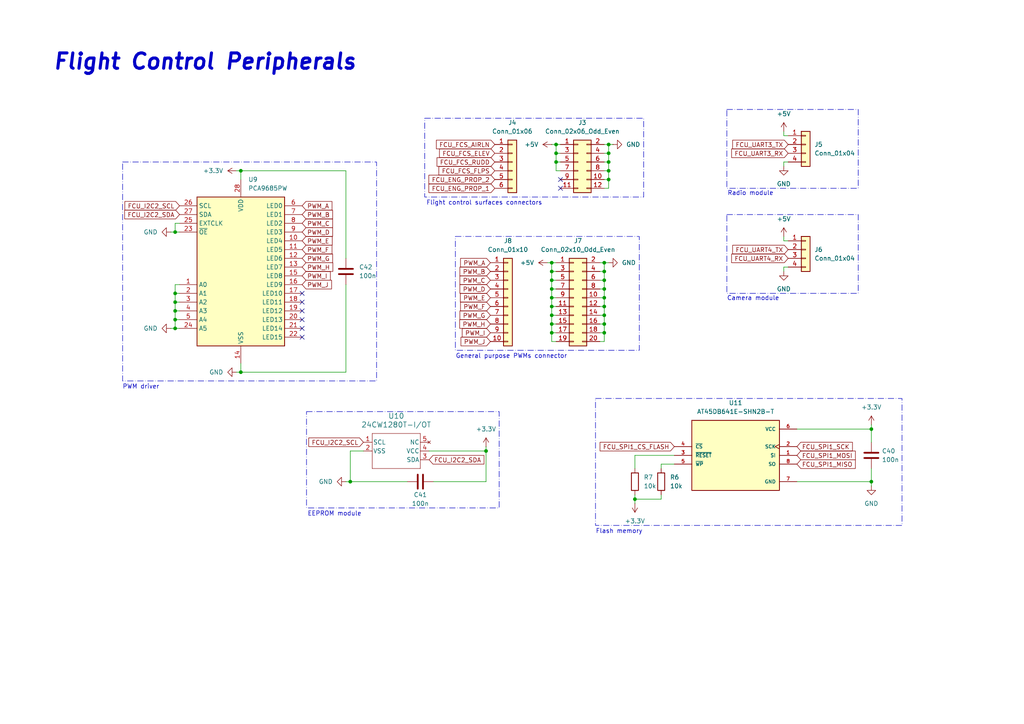
<source format=kicad_sch>
(kicad_sch (version 20250114) (generator "eeschema") (generator_version "9.0")
  (paper "A4")
  (lib_symbols
    (symbol "Connector_Generic:Conn_01x04" (pin_names (offset 1.016) (hide yes))
      (property "Reference" "J" (at 0 5.08 0))
      (property "Value" "Conn_01x04" (at 0 -7.62 0))
      (symbol "Conn_01x04_1_1"
        (rectangle (start -1.27 3.81) (end 1.27 -6.35) (stroke (width 0.254)) (fill (type background)))
        (rectangle (start -1.27 2.667) (end 0 2.413) (stroke (width 0.1524)))
        (rectangle (start -1.27 0.127) (end 0 -0.127) (stroke (width 0.1524)))
        (rectangle (start -1.27 -2.413) (end 0 -2.667) (stroke (width 0.1524)))
        (rectangle (start -1.27 -4.953) (end 0 -5.207) (stroke (width 0.1524)))
        (pin passive line (at -5.08 2.54 0) (length 3.81) (name "Pin_1") (number "1"))
        (pin passive line (at -5.08 0 0) (length 3.81) (name "Pin_2") (number "2"))
        (pin passive line (at -5.08 -2.54 0) (length 3.81) (name "Pin_3") (number "3"))
        (pin passive line (at -5.08 -5.08 0) (length 3.81) (name "Pin_4") (number "4"))
      )
    )
    (symbol "Connector_Generic:Conn_01x06" (pin_names (offset 1.016) (hide yes))
      (property "Reference" "J" (at 0 7.62 0))
      (property "Value" "Conn_01x06" (at 0 -10.16 0))
      (symbol "Conn_01x06_1_1"
        (rectangle (start -1.27 6.35) (end 1.27 -8.89) (stroke (width 0.254)) (fill (type background)))
        (rectangle (start -1.27 5.207) (end 0 4.953) (stroke (width 0.1524)))
        (rectangle (start -1.27 2.667) (end 0 2.413) (stroke (width 0.1524)))
        (rectangle (start -1.27 0.127) (end 0 -0.127) (stroke (width 0.1524)))
        (rectangle (start -1.27 -2.413) (end 0 -2.667) (stroke (width 0.1524)))
        (rectangle (start -1.27 -4.953) (end 0 -5.207) (stroke (width 0.1524)))
        (rectangle (start -1.27 -7.493) (end 0 -7.747) (stroke (width 0.1524)))
        (pin passive line (at -5.08 5.08 0) (length 3.81) (name "Pin_1") (number "1"))
        (pin passive line (at -5.08 2.54 0) (length 3.81) (name "Pin_2") (number "2"))
        (pin passive line (at -5.08 0 0) (length 3.81) (name "Pin_3") (number "3"))
        (pin passive line (at -5.08 -2.54 0) (length 3.81) (name "Pin_4") (number "4"))
        (pin passive line (at -5.08 -5.08 0) (length 3.81) (name "Pin_5") (number "5"))
        (pin passive line (at -5.08 -7.62 0) (length 3.81) (name "Pin_6") (number "6"))
      )
    )
    (symbol "Connector_Generic:Conn_01x10" (pin_names (offset 1.016) (hide yes))
      (property "Reference" "J" (at 0 12.7 0))
      (property "Value" "Conn_01x10" (at 0 -15.24 0))
      (symbol "Conn_01x10_1_1"
        (rectangle (start -1.27 11.43) (end 1.27 -13.97) (stroke (width 0.254)) (fill (type background)))
        (rectangle (start -1.27 10.287) (end 0 10.033) (stroke (width 0.1524)))
        (rectangle (start -1.27 7.747) (end 0 7.493) (stroke (width 0.1524)))
        (rectangle (start -1.27 5.207) (end 0 4.953) (stroke (width 0.1524)))
        (rectangle (start -1.27 2.667) (end 0 2.413) (stroke (width 0.1524)))
        (rectangle (start -1.27 0.127) (end 0 -0.127) (stroke (width 0.1524)))
        (rectangle (start -1.27 -2.413) (end 0 -2.667) (stroke (width 0.1524)))
        (rectangle (start -1.27 -4.953) (end 0 -5.207) (stroke (width 0.1524)))
        (rectangle (start -1.27 -7.493) (end 0 -7.747) (stroke (width 0.1524)))
        (rectangle (start -1.27 -10.033) (end 0 -10.287) (stroke (width 0.1524)))
        (rectangle (start -1.27 -12.573) (end 0 -12.827) (stroke (width 0.1524)))
        (pin passive line (at -5.08 10.16 0) (length 3.81) (name "Pin_1") (number "1"))
        (pin passive line (at -5.08 7.62 0) (length 3.81) (name "Pin_2") (number "2"))
        (pin passive line (at -5.08 5.08 0) (length 3.81) (name "Pin_3") (number "3"))
        (pin passive line (at -5.08 2.54 0) (length 3.81) (name "Pin_4") (number "4"))
        (pin passive line (at -5.08 0 0) (length 3.81) (name "Pin_5") (number "5"))
        (pin passive line (at -5.08 -2.54 0) (length 3.81) (name "Pin_6") (number "6"))
        (pin passive line (at -5.08 -5.08 0) (length 3.81) (name "Pin_7") (number "7"))
        (pin passive line (at -5.08 -7.62 0) (length 3.81) (name "Pin_8") (number "8"))
        (pin passive line (at -5.08 -10.16 0) (length 3.81) (name "Pin_9") (number "9"))
        (pin passive line (at -5.08 -12.7 0) (length 3.81) (name "Pin_10") (number "10"))
      )
    )
    (symbol "Connector_Generic:Conn_02x06_Odd_Even" (pin_names (offset 1.016) (hide yes))
      (property "Reference" "J" (at 1.27 7.62 0))
      (property "Value" "Conn_02x06_Odd_Even" (at 1.27 -10.16 0))
      (symbol "Conn_02x06_Odd_Even_1_1"
        (rectangle (start -1.27 6.35) (end 3.81 -8.89) (stroke (width 0.254)) (fill (type background)))
        (rectangle (start -1.27 5.207) (end 0 4.953) (stroke (width 0.1524)))
        (rectangle (start -1.27 2.667) (end 0 2.413) (stroke (width 0.1524)))
        (rectangle (start -1.27 0.127) (end 0 -0.127) (stroke (width 0.1524)))
        (rectangle (start -1.27 -2.413) (end 0 -2.667) (stroke (width 0.1524)))
        (rectangle (start -1.27 -4.953) (end 0 -5.207) (stroke (width 0.1524)))
        (rectangle (start -1.27 -7.493) (end 0 -7.747) (stroke (width 0.1524)))
        (rectangle (start 3.81 5.207) (end 2.54 4.953) (stroke (width 0.1524)))
        (rectangle (start 3.81 2.667) (end 2.54 2.413) (stroke (width 0.1524)))
        (rectangle (start 3.81 0.127) (end 2.54 -0.127) (stroke (width 0.1524)))
        (rectangle (start 3.81 -2.413) (end 2.54 -2.667) (stroke (width 0.1524)))
        (rectangle (start 3.81 -4.953) (end 2.54 -5.207) (stroke (width 0.1524)))
        (rectangle (start 3.81 -7.493) (end 2.54 -7.747) (stroke (width 0.1524)))
        (pin passive line (at -5.08 5.08 0) (length 3.81) (name "Pin_1") (number "1"))
        (pin passive line (at -5.08 2.54 0) (length 3.81) (name "Pin_3") (number "3"))
        (pin passive line (at -5.08 0 0) (length 3.81) (name "Pin_5") (number "5"))
        (pin passive line (at -5.08 -2.54 0) (length 3.81) (name "Pin_7") (number "7"))
        (pin passive line (at -5.08 -5.08 0) (length 3.81) (name "Pin_9") (number "9"))
        (pin passive line (at -5.08 -7.62 0) (length 3.81) (name "Pin_11") (number "11"))
        (pin passive line (at 7.62 5.08 180) (length 3.81) (name "Pin_2") (number "2"))
        (pin passive line (at 7.62 2.54 180) (length 3.81) (name "Pin_4") (number "4"))
        (pin passive line (at 7.62 0 180) (length 3.81) (name "Pin_6") (number "6"))
        (pin passive line (at 7.62 -2.54 180) (length 3.81) (name "Pin_8") (number "8"))
        (pin passive line (at 7.62 -5.08 180) (length 3.81) (name "Pin_10") (number "10"))
        (pin passive line (at 7.62 -7.62 180) (length 3.81) (name "Pin_12") (number "12"))
      )
    )
    (symbol "Connector_Generic:Conn_02x10_Odd_Even" (pin_names (offset 1.016) (hide yes))
      (property "Reference" "J" (at 1.27 12.7 0))
      (property "Value" "Conn_02x10_Odd_Even" (at 1.27 -15.24 0))
      (symbol "Conn_02x10_Odd_Even_1_1"
        (rectangle (start -1.27 11.43) (end 3.81 -13.97) (stroke (width 0.254)) (fill (type background)))
        (rectangle (start -1.27 10.287) (end 0 10.033) (stroke (width 0.1524)))
        (rectangle (start -1.27 7.747) (end 0 7.493) (stroke (width 0.1524)))
        (rectangle (start -1.27 5.207) (end 0 4.953) (stroke (width 0.1524)))
        (rectangle (start -1.27 2.667) (end 0 2.413) (stroke (width 0.1524)))
        (rectangle (start -1.27 0.127) (end 0 -0.127) (stroke (width 0.1524)))
        (rectangle (start -1.27 -2.413) (end 0 -2.667) (stroke (width 0.1524)))
        (rectangle (start -1.27 -4.953) (end 0 -5.207) (stroke (width 0.1524)))
        (rectangle (start -1.27 -7.493) (end 0 -7.747) (stroke (width 0.1524)))
        (rectangle (start -1.27 -10.033) (end 0 -10.287) (stroke (width 0.1524)))
        (rectangle (start -1.27 -12.573) (end 0 -12.827) (stroke (width 0.1524)))
        (rectangle (start 3.81 10.287) (end 2.54 10.033) (stroke (width 0.1524)))
        (rectangle (start 3.81 7.747) (end 2.54 7.493) (stroke (width 0.1524)))
        (rectangle (start 3.81 5.207) (end 2.54 4.953) (stroke (width 0.1524)))
        (rectangle (start 3.81 2.667) (end 2.54 2.413) (stroke (width 0.1524)))
        (rectangle (start 3.81 0.127) (end 2.54 -0.127) (stroke (width 0.1524)))
        (rectangle (start 3.81 -2.413) (end 2.54 -2.667) (stroke (width 0.1524)))
        (rectangle (start 3.81 -4.953) (end 2.54 -5.207) (stroke (width 0.1524)))
        (rectangle (start 3.81 -7.493) (end 2.54 -7.747) (stroke (width 0.1524)))
        (rectangle (start 3.81 -10.033) (end 2.54 -10.287) (stroke (width 0.1524)))
        (rectangle (start 3.81 -12.573) (end 2.54 -12.827) (stroke (width 0.1524)))
        (pin passive line (at -5.08 10.16 0) (length 3.81) (name "Pin_1") (number "1"))
        (pin passive line (at -5.08 7.62 0) (length 3.81) (name "Pin_3") (number "3"))
        (pin passive line (at -5.08 5.08 0) (length 3.81) (name "Pin_5") (number "5"))
        (pin passive line (at -5.08 2.54 0) (length 3.81) (name "Pin_7") (number "7"))
        (pin passive line (at -5.08 0 0) (length 3.81) (name "Pin_9") (number "9"))
        (pin passive line (at -5.08 -2.54 0) (length 3.81) (name "Pin_11") (number "11"))
        (pin passive line (at -5.08 -5.08 0) (length 3.81) (name "Pin_13") (number "13"))
        (pin passive line (at -5.08 -7.62 0) (length 3.81) (name "Pin_15") (number "15"))
        (pin passive line (at -5.08 -10.16 0) (length 3.81) (name "Pin_17") (number "17"))
        (pin passive line (at -5.08 -12.7 0) (length 3.81) (name "Pin_19") (number "19"))
        (pin passive line (at 7.62 10.16 180) (length 3.81) (name "Pin_2") (number "2"))
        (pin passive line (at 7.62 7.62 180) (length 3.81) (name "Pin_4") (number "4"))
        (pin passive line (at 7.62 5.08 180) (length 3.81) (name "Pin_6") (number "6"))
        (pin passive line (at 7.62 2.54 180) (length 3.81) (name "Pin_8") (number "8"))
        (pin passive line (at 7.62 0 180) (length 3.81) (name "Pin_10") (number "10"))
        (pin passive line (at 7.62 -2.54 180) (length 3.81) (name "Pin_12") (number "12"))
        (pin passive line (at 7.62 -5.08 180) (length 3.81) (name "Pin_14") (number "14"))
        (pin passive line (at 7.62 -7.62 180) (length 3.81) (name "Pin_16") (number "16"))
        (pin passive line (at 7.62 -10.16 180) (length 3.81) (name "Pin_18") (number "18"))
        (pin passive line (at 7.62 -12.7 180) (length 3.81) (name "Pin_20") (number "20"))
      )
    )
    (symbol "Device:C" (pin_numbers (hide yes)) (pin_names (offset 0.254))
      (property "Reference" "C" (at 0.635 2.54 0))
      (property "Value" "C" (at 0.635 -2.54 0))
      (symbol "C_0_1"
        (polyline (pts (xy -2.032 0.762) (xy 2.032 0.762)) (stroke (width 0.508)))
        (polyline (pts (xy -2.032 -0.762) (xy 2.032 -0.762)) (stroke (width 0.508)))
      )
      (symbol "C_1_1"
        (pin passive line (at 0 3.81 270) (length 2.794) (name "~") (number "1"))
        (pin passive line (at 0 -3.81 90) (length 2.794) (name "~") (number "2"))
      )
    )
    (symbol "Device:R" (pin_numbers (hide yes)) (pin_names (offset 0))
      (property "Reference" "R" (at 2.032 0 90))
      (property "Value" "R" (at 0 0 90))
      (symbol "R_0_1"
        (rectangle (start -1.016 -2.54) (end 1.016 2.54) (stroke (width 0.254)))
      )
      (symbol "R_1_1"
        (pin passive line (at 0 3.81 270) (length 1.27) (name "~") (number "1"))
        (pin passive line (at 0 -3.81 90) (length 1.27) (name "~") (number "2"))
      )
    )
    (symbol "Driver_LED:PCA9685PW"
      (property "Reference" "U" (at -12.7 22.225 0))
      (property "Value" "PCA9685PW" (at 1.27 22.225 0))
      (symbol "PCA9685PW_0_1"
        (rectangle (start -12.7 20.32) (end 12.7 -22.86) (stroke (width 0.254)) (fill (type background)))
      )
      (symbol "PCA9685PW_1_1"
        (pin input line (at -17.78 17.78 0) (length 5.08) (name "SCL") (number "26"))
        (pin bidirectional line (at -17.78 15.24 0) (length 5.08) (name "SDA") (number "27"))
        (pin input line (at -17.78 12.7 0) (length 5.08) (name "EXTCLK") (number "25"))
        (pin input line (at -17.78 10.16 0) (length 5.08) (name "~{OE}") (number "23"))
        (pin input line (at -17.78 -5.08 0) (length 5.08) (name "A0") (number "1"))
        (pin input line (at -17.78 -7.62 0) (length 5.08) (name "A1") (number "2"))
        (pin input line (at -17.78 -10.16 0) (length 5.08) (name "A2") (number "3"))
        (pin input line (at -17.78 -12.7 0) (length 5.08) (name "A3") (number "4"))
        (pin input line (at -17.78 -15.24 0) (length 5.08) (name "A4") (number "5"))
        (pin input line (at -17.78 -17.78 0) (length 5.08) (name "A5") (number "24"))
        (pin power_in line (at 0 25.4 270) (length 5.08) (name "VDD") (number "28"))
        (pin power_in line (at 0 -27.94 90) (length 5.08) (name "VSS") (number "14"))
        (pin output line (at 17.78 17.78 180) (length 5.08) (name "LED0") (number "6"))
        (pin output line (at 17.78 15.24 180) (length 5.08) (name "LED1") (number "7"))
        (pin output line (at 17.78 12.7 180) (length 5.08) (name "LED2") (number "8"))
        (pin output line (at 17.78 10.16 180) (length 5.08) (name "LED3") (number "9"))
        (pin output line (at 17.78 7.62 180) (length 5.08) (name "LED4") (number "10"))
        (pin output line (at 17.78 5.08 180) (length 5.08) (name "LED5") (number "11"))
        (pin output line (at 17.78 2.54 180) (length 5.08) (name "LED6") (number "12"))
        (pin output line (at 17.78 0 180) (length 5.08) (name "LED7") (number "13"))
        (pin output line (at 17.78 -2.54 180) (length 5.08) (name "LED8") (number "15"))
        (pin output line (at 17.78 -5.08 180) (length 5.08) (name "LED9") (number "16"))
        (pin output line (at 17.78 -7.62 180) (length 5.08) (name "LED10") (number "17"))
        (pin output line (at 17.78 -10.16 180) (length 5.08) (name "LED11") (number "18"))
        (pin output line (at 17.78 -12.7 180) (length 5.08) (name "LED12") (number "19"))
        (pin output line (at 17.78 -15.24 180) (length 5.08) (name "LED13") (number "20"))
        (pin output line (at 17.78 -17.78 180) (length 5.08) (name "LED14") (number "21"))
        (pin output line (at 17.78 -20.32 180) (length 5.08) (name "LED15") (number "22"))
      )
    )
    (symbol "components:24CW1280T-I_OT" (pin_names (offset 0.254))
      (property "Reference" "U" (at 0 9.144 0))
      (property "Value" "24CW1280T-I/OT" (at 0 6.604 0))
      (symbol "24CW1280T-I_OT_0_1"
        (polyline (pts (xy -7.62 5.08) (xy -7.62 -5.08)) (stroke (width 0.127)))
        (polyline (pts (xy -7.62 -5.08) (xy 6.35 -5.08)) (stroke (width 0.127)))
        (polyline (pts (xy 6.35 5.08) (xy -7.62 5.08)) (stroke (width 0.127)))
        (polyline (pts (xy 6.35 -5.08) (xy 6.35 5.08)) (stroke (width 0.127)))
        (pin unspecified line (at -10.16 2.54 0) (length 2.54) (name "SCL") (number "1"))
        (pin power_out line (at -10.16 0 0) (length 2.54) (name "VSS") (number "2"))
        (pin no_connect line (at 8.89 2.54 180) (length 2.54) (name "NC") (number "5"))
        (pin power_in line (at 8.89 0 180) (length 2.54) (name "VCC") (number "4"))
        (pin unspecified line (at 8.89 -2.54 180) (length 2.54) (name "SDA") (number "3"))
      )
    )
    (symbol "components:AT45DB641E-SHN2B-T" (pin_names (offset 1.016))
      (property "Reference" "U" (at -12.7 11.049 0))
      (property "Value" "AT45DB641E-SHN2B-T" (at -12.7 -12.7 0))
      (symbol "AT45DB641E-SHN2B-T_0_0"
        (rectangle (start -12.7 -10.16) (end 12.7 10.16) (stroke (width 0.254)) (fill (type background)))
        (pin input line (at -17.78 2.54 0) (length 5.08) (name "~{CS}") (number "4"))
        (pin input line (at -17.78 0 0) (length 5.08) (name "~{RESET}") (number "3"))
        (pin input line (at -17.78 -2.54 0) (length 5.08) (name "~{WP}") (number "5"))
        (pin power_in line (at 17.78 7.62 180) (length 5.08) (name "VCC") (number "6"))
        (pin input clock (at 17.78 2.54 180) (length 5.08) (name "SCK") (number "2"))
        (pin input line (at 17.78 0 180) (length 5.08) (name "SI") (number "1"))
        (pin output line (at 17.78 -2.54 180) (length 5.08) (name "SO") (number "8"))
        (pin power_in line (at 17.78 -7.62 180) (length 5.08) (name "GND") (number "7"))
      )
    )
    (symbol "power:+3.3V" (power) (pin_numbers (hide yes)) (pin_names (offset 0) (hide yes))
      (property "Value" "+3.3V" (at 0 3.556 0))
      (symbol "+3.3V_0_1"
        (polyline (pts (xy -0.762 1.27) (xy 0 2.54)))
        (polyline (pts (xy 0 2.54) (xy 0.762 1.27)))
        (polyline (pts (xy 0 0) (xy 0 2.54)))
      )
      (symbol "+3.3V_1_1"
        (pin power_in line (at 0 0 90) (length 0) (name "~") (number "1"))
      )
    )
    (symbol "power:+5V" (power) (pin_numbers (hide yes)) (pin_names (offset 0) (hide yes))
      (property "Value" "+5V" (at 0 3.556 0))
      (symbol "+5V_0_1"
        (polyline (pts (xy -0.762 1.27) (xy 0 2.54)))
        (polyline (pts (xy 0 2.54) (xy 0.762 1.27)))
        (polyline (pts (xy 0 0) (xy 0 2.54)))
      )
      (symbol "+5V_1_1"
        (pin power_in line (at 0 0 90) (length 0) (name "~") (number "1"))
      )
    )
    (symbol "power:GND" (power) (pin_numbers (hide yes)) (pin_names (offset 0) (hide yes))
      (property "Value" "GND" (at 0 -3.81 0))
      (symbol "GND_0_1"
        (polyline (pts (xy 0 0) (xy 0 -1.27) (xy 1.27 -1.27) (xy 0 -2.54) (xy -1.27 -1.27) (xy 0 -1.27)))
      )
      (symbol "GND_1_1"
        (pin power_in line (at 0 0 270) (length 0) (name "~") (number "1"))
      )
    )
  )
  (rectangle (start 132.08 68.58) (end 185.42 101.6) (stroke (width 0) (type dash_dot)))
  (rectangle (start 172.72 115.57) (end 261.62 152.4) (stroke (width 0) (type dash_dot)))
  (rectangle (start 88.9 119.38) (end 144.78 147.32) (stroke (width 0) (type dash_dot)))
  (rectangle (start 210.82 62.23) (end 248.92 85.09) (stroke (width 0) (type dash_dot)))
  (rectangle (start 35.56 46.99) (end 109.22 110.49) (stroke (width 0) (type dash_dot)))
  (rectangle (start 210.82 31.75) (end 248.92 54.61) (stroke (width 0) (type dash_dot)))
  (rectangle (start 123.19 34.29) (end 186.69 57.15) (stroke (width 0) (type dash_dot)))
  (text "PWM driver" (at 40.894 112.268 0) (effects (font (size 1.27 1.27))))
  (text "Flash memory" (at 179.578 154.178 0) (effects (font (size 1.27 1.27))))
  (text "EEPROM module" (at 97.028 149.098 0) (effects (font (size 1.27 1.27))))
  (text "Flight Control Peripherals" (at 59.436 18.034 0) (effects (font (size 4.445 4.445) (thickness 0.889) (bold yes) (italic yes))))
  (text "Radio module" (at 217.678 56.134 0) (effects (font (size 1.27 1.27))))
  (text "General purpose PWMs connector" (at 148.336 103.378 0) (effects (font (size 1.27 1.27))))
  (text "Flight control surfaces connectors" (at 140.462 58.928 0) (effects (font (size 1.27 1.27))))
  (text "Camera module" (at 218.44 86.614 0) (effects (font (size 1.27 1.27))))
  (junction (at 175.26 93.98))
  (junction (at 69.85 49.53))
  (junction (at 175.26 78.74))
  (junction (at 175.26 88.9))
  (junction (at 160.02 81.28))
  (junction (at 175.26 86.36))
  (junction (at 175.26 76.2))
  (junction (at 50.8 67.31))
  (junction (at 50.8 87.63))
  (junction (at 160.02 76.2))
  (junction (at 160.02 86.36))
  (junction (at 175.26 91.44))
  (junction (at 50.8 92.71))
  (junction (at 184.15 144.78))
  (junction (at 176.53 52.07))
  (junction (at 50.8 85.09))
  (junction (at 176.53 44.45))
  (junction (at 160.02 83.82))
  (junction (at 161.29 44.45))
  (junction (at 140.97 130.81))
  (junction (at 175.26 96.52))
  (junction (at 101.6 139.7))
  (junction (at 160.02 78.74))
  (junction (at 176.53 49.53))
  (junction (at 50.8 90.17))
  (junction (at 160.02 93.98))
  (junction (at 175.26 81.28))
  (junction (at 176.53 41.91))
  (junction (at 50.8 95.25))
  (junction (at 252.73 124.46))
  (junction (at 160.02 88.9))
  (junction (at 161.29 41.91))
  (junction (at 160.02 96.52))
  (junction (at 160.02 91.44))
  (junction (at 175.26 83.82))
  (junction (at 252.73 139.7))
  (junction (at 161.29 46.99))
  (junction (at 176.53 46.99))
  (junction (at 69.85 107.95))
  (no_connect (at 87.63 97.79))
  (no_connect (at 87.63 90.17))
  (no_connect (at 162.56 52.07))
  (no_connect (at 87.63 87.63))
  (no_connect (at 87.63 95.25))
  (no_connect (at 162.56 54.61))
  (no_connect (at 87.63 85.09))
  (no_connect (at 87.63 92.71))
  (wire (pts (xy 160.02 86.36) (xy 160.02 88.9)))
  (wire (pts (xy 68.58 49.53) (xy 69.85 49.53)))
  (wire (pts (xy 49.53 67.31) (xy 50.8 67.31)))
  (wire (pts (xy 227.33 77.47) (xy 228.6 77.47)))
  (wire (pts (xy 100.33 139.7) (xy 101.6 139.7)))
  (wire (pts (xy 175.26 78.74) (xy 175.26 81.28)))
  (wire (pts (xy 160.02 86.36) (xy 161.29 86.36)))
  (wire (pts (xy 175.26 93.98) (xy 175.26 96.52)))
  (wire (pts (xy 50.8 67.31) (xy 50.8 64.77)))
  (wire (pts (xy 176.53 54.61) (xy 175.26 54.61)))
  (wire (pts (xy 160.02 88.9) (xy 160.02 91.44)))
  (wire (pts (xy 160.02 83.82) (xy 161.29 83.82)))
  (wire (pts (xy 227.33 48.26) (xy 227.33 46.99)))
  (wire (pts (xy 173.99 86.36) (xy 175.26 86.36)))
  (wire (pts (xy 160.02 76.2) (xy 160.02 78.74)))
  (wire (pts (xy 227.33 38.1) (xy 227.33 39.37)))
  (wire (pts (xy 161.29 49.53) (xy 162.56 49.53)))
  (wire (pts (xy 101.6 130.81) (xy 105.41 130.81)))
  (wire (pts (xy 231.14 124.46) (xy 252.73 124.46)))
  (wire (pts (xy 252.73 135.89) (xy 252.73 139.7)))
  (wire (pts (xy 176.53 52.07) (xy 176.53 54.61)))
  (wire (pts (xy 49.53 95.25) (xy 50.8 95.25)))
  (wire (pts (xy 175.26 96.52) (xy 175.26 99.06)))
  (wire (pts (xy 161.29 46.99) (xy 161.29 49.53)))
  (wire (pts (xy 50.8 92.71) (xy 52.07 92.71)))
  (wire (pts (xy 175.26 41.91) (xy 176.53 41.91)))
  (wire (pts (xy 176.53 46.99) (xy 175.26 46.99)))
  (wire (pts (xy 175.26 88.9) (xy 175.26 91.44)))
  (wire (pts (xy 160.02 83.82) (xy 160.02 86.36)))
  (wire (pts (xy 176.53 49.53) (xy 175.26 49.53)))
  (wire (pts (xy 184.15 132.08) (xy 184.15 135.89)))
  (wire (pts (xy 252.73 124.46) (xy 252.73 128.27)))
  (wire (pts (xy 227.33 78.74) (xy 227.33 77.47)))
  (wire (pts (xy 100.33 82.55) (xy 100.33 107.95)))
  (wire (pts (xy 124.46 130.81) (xy 140.97 130.81)))
  (wire (pts (xy 175.26 76.2) (xy 176.53 76.2)))
  (wire (pts (xy 50.8 95.25) (xy 50.8 92.71)))
  (wire (pts (xy 160.02 78.74) (xy 160.02 81.28)))
  (wire (pts (xy 50.8 82.55) (xy 52.07 82.55)))
  (wire (pts (xy 50.8 95.25) (xy 52.07 95.25)))
  (wire (pts (xy 160.02 91.44) (xy 160.02 93.98)))
  (wire (pts (xy 184.15 144.78) (xy 184.15 146.05)))
  (wire (pts (xy 173.99 83.82) (xy 175.26 83.82)))
  (wire (pts (xy 173.99 81.28) (xy 175.26 81.28)))
  (wire (pts (xy 50.8 87.63) (xy 52.07 87.63)))
  (wire (pts (xy 160.02 93.98) (xy 160.02 96.52)))
  (wire (pts (xy 191.77 134.62) (xy 195.58 134.62)))
  (wire (pts (xy 227.33 39.37) (xy 228.6 39.37)))
  (wire (pts (xy 140.97 129.54) (xy 140.97 130.81)))
  (wire (pts (xy 140.97 139.7) (xy 125.73 139.7)))
  (wire (pts (xy 160.02 91.44) (xy 161.29 91.44)))
  (wire (pts (xy 252.73 139.7) (xy 252.73 140.97)))
  (wire (pts (xy 50.8 85.09) (xy 50.8 82.55)))
  (wire (pts (xy 101.6 139.7) (xy 101.6 130.81)))
  (wire (pts (xy 100.33 107.95) (xy 69.85 107.95)))
  (wire (pts (xy 184.15 144.78) (xy 191.77 144.78)))
  (wire (pts (xy 161.29 44.45) (xy 161.29 46.99)))
  (wire (pts (xy 160.02 78.74) (xy 161.29 78.74)))
  (wire (pts (xy 161.29 41.91) (xy 162.56 41.91)))
  (wire (pts (xy 175.26 83.82) (xy 175.26 86.36)))
  (wire (pts (xy 69.85 107.95) (xy 69.85 105.41)))
  (wire (pts (xy 50.8 87.63) (xy 50.8 85.09)))
  (wire (pts (xy 50.8 92.71) (xy 50.8 90.17)))
  (wire (pts (xy 175.26 81.28) (xy 175.26 83.82)))
  (wire (pts (xy 160.02 81.28) (xy 160.02 83.82)))
  (wire (pts (xy 191.77 144.78) (xy 191.77 143.51)))
  (wire (pts (xy 160.02 81.28) (xy 161.29 81.28)))
  (wire (pts (xy 160.02 96.52) (xy 161.29 96.52)))
  (wire (pts (xy 50.8 90.17) (xy 52.07 90.17)))
  (wire (pts (xy 50.8 64.77) (xy 52.07 64.77)))
  (wire (pts (xy 160.02 76.2) (xy 161.29 76.2)))
  (wire (pts (xy 176.53 41.91) (xy 176.53 44.45)))
  (wire (pts (xy 173.99 78.74) (xy 175.26 78.74)))
  (wire (pts (xy 173.99 96.52) (xy 175.26 96.52)))
  (wire (pts (xy 160.02 41.91) (xy 161.29 41.91)))
  (wire (pts (xy 69.85 52.07) (xy 69.85 49.53)))
  (wire (pts (xy 176.53 49.53) (xy 176.53 52.07)))
  (wire (pts (xy 160.02 93.98) (xy 161.29 93.98)))
  (wire (pts (xy 160.02 99.06) (xy 161.29 99.06)))
  (wire (pts (xy 227.33 46.99) (xy 228.6 46.99)))
  (wire (pts (xy 252.73 123.19) (xy 252.73 124.46)))
  (wire (pts (xy 175.26 99.06) (xy 173.99 99.06)))
  (wire (pts (xy 176.53 52.07) (xy 175.26 52.07)))
  (wire (pts (xy 161.29 41.91) (xy 161.29 44.45)))
  (wire (pts (xy 173.99 91.44) (xy 175.26 91.44)))
  (wire (pts (xy 161.29 44.45) (xy 162.56 44.45)))
  (wire (pts (xy 160.02 88.9) (xy 161.29 88.9)))
  (wire (pts (xy 158.75 76.2) (xy 160.02 76.2)))
  (wire (pts (xy 100.33 49.53) (xy 100.33 74.93)))
  (wire (pts (xy 175.26 91.44) (xy 175.26 93.98)))
  (wire (pts (xy 184.15 143.51) (xy 184.15 144.78)))
  (wire (pts (xy 176.53 44.45) (xy 176.53 46.99)))
  (wire (pts (xy 175.26 86.36) (xy 175.26 88.9)))
  (wire (pts (xy 161.29 46.99) (xy 162.56 46.99)))
  (wire (pts (xy 175.26 76.2) (xy 175.26 78.74)))
  (wire (pts (xy 118.11 139.7) (xy 101.6 139.7)))
  (wire (pts (xy 195.58 132.08) (xy 184.15 132.08)))
  (wire (pts (xy 227.33 68.58) (xy 227.33 69.85)))
  (wire (pts (xy 69.85 49.53) (xy 100.33 49.53)))
  (wire (pts (xy 252.73 139.7) (xy 231.14 139.7)))
  (wire (pts (xy 68.58 107.95) (xy 69.85 107.95)))
  (wire (pts (xy 140.97 130.81) (xy 140.97 139.7)))
  (wire (pts (xy 176.53 44.45) (xy 175.26 44.45)))
  (wire (pts (xy 160.02 96.52) (xy 160.02 99.06)))
  (wire (pts (xy 227.33 69.85) (xy 228.6 69.85)))
  (wire (pts (xy 176.53 41.91) (xy 177.8 41.91)))
  (wire (pts (xy 50.8 90.17) (xy 50.8 87.63)))
  (wire (pts (xy 191.77 135.89) (xy 191.77 134.62)))
  (wire (pts (xy 50.8 67.31) (xy 52.07 67.31)))
  (wire (pts (xy 176.53 46.99) (xy 176.53 49.53)))
  (wire (pts (xy 173.99 93.98) (xy 175.26 93.98)))
  (wire (pts (xy 173.99 76.2) (xy 175.26 76.2)))
  (wire (pts (xy 173.99 88.9) (xy 175.26 88.9)))
  (wire (pts (xy 50.8 85.09) (xy 52.07 85.09)))
  (global_label "FCU_SPI1_SCK" (shape input) (at 231.14 129.54 0) (property "Intersheetrefs" "${INTERSHEET_REFS}" (effects (hide yes))))
  (global_label "PWM_E" (shape input) (at 87.63 69.85 0) (property "Intersheetrefs" "${INTERSHEET_REFS}" (effects (hide yes))))
  (global_label "PWM_E" (shape input) (at 142.24 86.36 180) (property "Intersheetrefs" "${INTERSHEET_REFS}" (effects (hide yes))))
  (global_label "FCU_UART3_RX" (shape input) (at 228.6 44.45 180) (property "Intersheetrefs" "${INTERSHEET_REFS}" (effects (hide yes))))
  (global_label "PWM_B" (shape input) (at 142.24 78.74 180) (property "Intersheetrefs" "${INTERSHEET_REFS}" (effects (hide yes))))
  (global_label "FCU_I2C2_SDA" (shape input) (at 124.46 133.35 0) (property "Intersheetrefs" "${INTERSHEET_REFS}" (effects (hide yes))))
  (global_label "FCU_FCS_AIRLN" (shape input) (at 143.51 41.91 180) (property "Intersheetrefs" "${INTERSHEET_REFS}" (effects (hide yes))))
  (global_label "PWM_G" (shape input) (at 142.24 91.44 180) (property "Intersheetrefs" "${INTERSHEET_REFS}" (effects (hide yes))))
  (global_label "PWM_C" (shape input) (at 87.63 64.77 0) (property "Intersheetrefs" "${INTERSHEET_REFS}" (effects (hide yes))))
  (global_label "FCU_I2C2_SCL" (shape input) (at 105.41 128.27 180) (property "Intersheetrefs" "${INTERSHEET_REFS}" (effects (hide yes))))
  (global_label "FCU_UART4_RX" (shape input) (at 228.6 74.93 180) (property "Intersheetrefs" "${INTERSHEET_REFS}" (effects (hide yes))))
  (global_label "PWM_F" (shape input) (at 87.63 72.39 0) (property "Intersheetrefs" "${INTERSHEET_REFS}" (effects (hide yes))))
  (global_label "PWM_H" (shape input) (at 87.63 77.47 0) (property "Intersheetrefs" "${INTERSHEET_REFS}" (effects (hide yes))))
  (global_label "PWM_J" (shape input) (at 87.63 82.55 0) (property "Intersheetrefs" "${INTERSHEET_REFS}" (effects (hide yes))))
  (global_label "FCU_ENG_PROP_2" (shape input) (at 143.51 52.07 180) (property "Intersheetrefs" "${INTERSHEET_REFS}" (effects (hide yes))))
  (global_label "FCU_UART3_TX" (shape input) (at 228.6 41.91 180) (property "Intersheetrefs" "${INTERSHEET_REFS}" (effects (hide yes))))
  (global_label "PWM_B" (shape input) (at 87.63 62.23 0) (property "Intersheetrefs" "${INTERSHEET_REFS}" (effects (hide yes))))
  (global_label "FCU_FCS_ELEV" (shape input) (at 143.51 44.45 180) (property "Intersheetrefs" "${INTERSHEET_REFS}" (effects (hide yes))))
  (global_label "PWM_A" (shape input) (at 142.24 76.2 180) (property "Intersheetrefs" "${INTERSHEET_REFS}" (effects (hide yes))))
  (global_label "FCU_SPI1_MOSI" (shape input) (at 231.14 132.08 0) (property "Intersheetrefs" "${INTERSHEET_REFS}" (effects (hide yes))))
  (global_label "FCU_UART4_TX" (shape input) (at 228.6 72.39 180) (property "Intersheetrefs" "${INTERSHEET_REFS}" (effects (hide yes))))
  (global_label "FCU_SPI1_CS_FLASH" (shape input) (at 195.58 129.54 180) (property "Intersheetrefs" "${INTERSHEET_REFS}" (effects (hide yes))))
  (global_label "PWM_G" (shape input) (at 87.63 74.93 0) (property "Intersheetrefs" "${INTERSHEET_REFS}" (effects (hide yes))))
  (global_label "PWM_I" (shape input) (at 87.63 80.01 0) (property "Intersheetrefs" "${INTERSHEET_REFS}" (effects (hide yes))))
  (global_label "PWM_C" (shape input) (at 142.24 81.28 180) (property "Intersheetrefs" "${INTERSHEET_REFS}" (effects (hide yes))))
  (global_label "FCU_FCS_FLPS" (shape input) (at 143.51 49.53 180) (property "Intersheetrefs" "${INTERSHEET_REFS}" (effects (hide yes))))
  (global_label "FCU_SPI1_MISO" (shape input) (at 231.14 134.62 0) (property "Intersheetrefs" "${INTERSHEET_REFS}" (effects (hide yes))))
  (global_label "PWM_D" (shape input) (at 87.63 67.31 0) (property "Intersheetrefs" "${INTERSHEET_REFS}" (effects (hide yes))))
  (global_label "PWM_H" (shape input) (at 142.24 93.98 180) (property "Intersheetrefs" "${INTERSHEET_REFS}" (effects (hide yes))))
  (global_label "FCU_I2C2_SDA" (shape input) (at 52.07 62.23 180) (property "Intersheetrefs" "${INTERSHEET_REFS}" (effects (hide yes))))
  (global_label "PWM_J" (shape input) (at 142.24 99.06 180) (property "Intersheetrefs" "${INTERSHEET_REFS}" (effects (hide yes))))
  (global_label "FCU_ENG_PROP_1" (shape input) (at 143.51 54.61 180) (property "Intersheetrefs" "${INTERSHEET_REFS}" (effects (hide yes))))
  (global_label "PWM_D" (shape input) (at 142.24 83.82 180) (property "Intersheetrefs" "${INTERSHEET_REFS}" (effects (hide yes))))
  (global_label "PWM_A" (shape input) (at 87.63 59.69 0) (property "Intersheetrefs" "${INTERSHEET_REFS}" (effects (hide yes))))
  (global_label "FCU_I2C2_SCL" (shape input) (at 52.07 59.69 180) (property "Intersheetrefs" "${INTERSHEET_REFS}" (effects (hide yes))))
  (global_label "PWM_I" (shape input) (at 142.24 96.52 180) (property "Intersheetrefs" "${INTERSHEET_REFS}" (effects (hide yes))))
  (global_label "FCU_FCS_RUDD" (shape input) (at 143.51 46.99 180) (property "Intersheetrefs" "${INTERSHEET_REFS}" (effects (hide yes))))
  (global_label "PWM_F" (shape input) (at 142.24 88.9 180) (property "Intersheetrefs" "${INTERSHEET_REFS}" (effects (hide yes))))
  (symbol (lib_id "power:+3.3V") (at 140.97 129.54 0) (unit 1)
    (property "Reference" "#PWR076" (effects (hide yes)))
    (property "Value" "+3.3V" (at 140.97 124.46 0))
    (property "Description" "Power symbol creates a global label with name \"+3.3V\"" (effects (hide yes)))
  )
  (symbol (lib_id "power:GND") (at 49.53 95.25 270) (unit 1)
    (property "Reference" "#PWR078" (effects (hide yes)))
    (property "Value" "GND" (at 45.72 95.2499 90) (effects (justify right)))
    (property "Description" "Power symbol creates a global label with name \"GND\" , ground" (effects (hide yes)))
  )
  (symbol (lib_id "Connector_Generic:Conn_01x10") (at 147.32 86.36 0) (unit 1)
    (property "Reference" "J8" (at 147.32 69.85 0))
    (property "Value" "Conn_01x10" (at 147.32 72.39 0))
    (property "Description" "Generic connector, single row, 01x10, script generated (kicad-library-utils/schlib/autogen/connector/)" (effects (hide yes)))
  )
  (symbol (lib_id "power:GND") (at 227.33 48.26 0) (unit 1)
    (property "Reference" "#PWR068" (effects (hide yes)))
    (property "Value" "GND" (at 227.33 53.34 0))
    (property "Description" "Power symbol creates a global label with name \"GND\" , ground" (effects (hide yes)))
  )
  (symbol (lib_id "Device:R") (at 184.15 139.7 0) (unit 1)
    (property "Reference" "R7" (at 186.69 138.4299 0) (effects (justify left)))
    (property "Value" "10k" (at 186.69 140.9699 0) (effects (justify left)))
    (property "Description" "Resistor" (effects (hide yes)))
  )
  (symbol (lib_id "power:GND") (at 49.53 67.31 270) (unit 1)
    (property "Reference" "#PWR079" (effects (hide yes)))
    (property "Value" "GND" (at 45.72 67.3099 90) (effects (justify right)))
    (property "Description" "Power symbol creates a global label with name \"GND\" , ground" (effects (hide yes)))
  )
  (symbol (lib_id "Device:R") (at 191.77 139.7 0) (unit 1)
    (property "Reference" "R6" (at 194.31 138.4299 0) (effects (justify left)))
    (property "Value" "10k" (at 194.31 140.9699 0) (effects (justify left)))
    (property "Description" "Resistor" (effects (hide yes)))
  )
  (symbol (lib_id "components:24CW1280T-I_OT") (at 115.57 130.81 0) (unit 1)
    (property "Reference" "U10" (at 114.935 120.65 0) (effects (font (size 1.524 1.524))))
    (property "Value" "24CW1280T-I/OT" (at 114.935 123.19 0) (effects (font (size 1.524 1.524))))
    (property "Footprint" "SOT-23-5_2P9X1P6_MCH" (effects (hide yes)))
    (property "Datasheet" "24CW1280T-I/OT" (effects (hide yes)))
  )
  (symbol (lib_id "power:+3.3V") (at 252.73 123.19 0) (unit 1)
    (property "Reference" "#PWR073" (effects (hide yes)))
    (property "Value" "+3.3V" (at 252.73 118.11 0))
    (property "Description" "Power symbol creates a global label with name \"+3.3V\"" (effects (hide yes)))
  )
  (symbol (lib_id "Connector_Generic:Conn_01x04") (at 233.68 72.39 0) (unit 1)
    (property "Reference" "J6" (at 236.22 72.3899 0) (effects (justify left)))
    (property "Value" "Conn_01x04" (at 236.22 74.9299 0) (effects (justify left)))
    (property "Description" "Generic connector, single row, 01x04, script generated (kicad-library-utils/schlib/autogen/connector/)" (effects (hide yes)))
  )
  (symbol (lib_id "Driver_LED:PCA9685PW") (at 69.85 77.47 0) (unit 1)
    (property "Reference" "U9" (at 71.9933 52.07 0) (effects (justify left)))
    (property "Value" "PCA9685PW" (at 71.9933 54.61 0) (effects (justify left)))
    (property "Footprint" "Package_SO:TSSOP-28_4.4x9.7mm_P0.65mm" (effects (hide yes)))
    (property "Datasheet" "http://www.nxp.com/docs/en/data-sheet/PCA9685.pdf" (effects (hide yes)))
    (property "Description" "16-channel 12-bit PWM Fm+ I2C-bus LED controller RGBA TSSOP" (effects (hide yes)))
  )
  (symbol (lib_id "Device:C") (at 100.33 78.74 0) (unit 1)
    (property "Reference" "C42" (at 104.14 77.4699 0) (effects (justify left)))
    (property "Value" "100n" (at 104.14 80.0099 0) (effects (justify left)))
    (property "Description" "Unpolarized capacitor" (effects (hide yes)))
  )
  (symbol (lib_id "power:GND") (at 227.33 78.74 0) (unit 1)
    (property "Reference" "#PWR070" (effects (hide yes)))
    (property "Value" "GND" (at 227.33 83.82 0))
    (property "Description" "Power symbol creates a global label with name \"GND\" , ground" (effects (hide yes)))
  )
  (symbol (lib_id "Device:C") (at 252.73 132.08 0) (unit 1)
    (property "Reference" "C40" (at 255.778 130.81 0) (effects (justify left)))
    (property "Value" "100n" (at 255.778 133.35 0) (effects (justify left)))
    (property "Description" "Unpolarized capacitor" (effects (hide yes)))
  )
  (symbol (lib_id "Connector_Generic:Conn_02x10_Odd_Even") (at 166.37 86.36 0) (unit 1)
    (property "Reference" "J7" (at 167.64 69.85 0))
    (property "Value" "Conn_02x10_Odd_Even" (at 167.64 72.39 0))
    (property "Description" "Generic connector, double row, 02x10, odd/even pin numbering scheme (row 1 odd numbers, row 2 even numbers), script generated (kicad-library-utils/schlib/autogen/connector/)" (effects (hide yes)))
  )
  (symbol (lib_id "power:+5V") (at 158.75 76.2 90) (unit 1)
    (property "Reference" "#PWR071" (effects (hide yes)))
    (property "Value" "+5V" (at 154.94 76.1999 90) (effects (justify left)))
    (property "Description" "Power symbol creates a global label with name \"+5V\"" (effects (hide yes)))
  )
  (symbol (lib_id "Connector_Generic:Conn_02x06_Odd_Even") (at 167.64 46.99 0) (unit 1)
    (property "Reference" "J3" (at 168.91 35.56 0))
    (property "Value" "Conn_02x06_Odd_Even" (at 168.91 38.1 0))
    (property "Description" "Generic connector, double row, 02x06, odd/even pin numbering scheme (row 1 odd numbers, row 2 even numbers), script generated (kicad-library-utils/schlib/autogen/connector/)" (effects (hide yes)))
  )
  (symbol (lib_id "power:GND") (at 177.8 41.91 90) (unit 1)
    (property "Reference" "#PWR066" (effects (hide yes)))
    (property "Value" "GND" (at 181.61 41.9099 90) (effects (justify right)))
    (property "Description" "Power symbol creates a global label with name \"GND\" , ground" (effects (hide yes)))
  )
  (symbol (lib_id "power:+3.3V") (at 68.58 49.53 90) (unit 1)
    (property "Reference" "#PWR080" (effects (hide yes)))
    (property "Value" "+3.3V" (at 64.77 49.5299 90) (effects (justify left)))
    (property "Description" "Power symbol creates a global label with name \"+3.3V\"" (effects (hide yes)))
  )
  (symbol (lib_id "Connector_Generic:Conn_01x04") (at 233.68 41.91 0) (unit 1)
    (property "Reference" "J5" (at 236.22 41.9099 0) (effects (justify left)))
    (property "Value" "Conn_01x04" (at 236.22 44.4499 0) (effects (justify left)))
    (property "Description" "Generic connector, single row, 01x04, script generated (kicad-library-utils/schlib/autogen/connector/)" (effects (hide yes)))
  )
  (symbol (lib_id "power:GND") (at 100.33 139.7 270) (unit 1)
    (property "Reference" "#PWR077" (effects (hide yes)))
    (property "Value" "GND" (at 96.52 139.6999 90) (effects (justify right)))
    (property "Description" "Power symbol creates a global label with name \"GND\" , ground" (effects (hide yes)))
  )
  (symbol (lib_id "power:+3.3V") (at 184.15 146.05 180) (unit 1)
    (property "Reference" "#PWR075" (effects (hide yes)))
    (property "Value" "+3.3V" (at 184.15 151.13 0))
    (property "Description" "Power symbol creates a global label with name \"+3.3V\"" (effects (hide yes)))
  )
  (symbol (lib_id "power:+5V") (at 227.33 38.1 0) (unit 1)
    (property "Reference" "#PWR067" (effects (hide yes)))
    (property "Value" "+5V" (at 227.33 33.02 0))
    (property "Description" "Power symbol creates a global label with name \"+5V\"" (effects (hide yes)))
  )
  (symbol (lib_id "power:+5V") (at 227.33 68.58 0) (unit 1)
    (property "Reference" "#PWR069" (effects (hide yes)))
    (property "Value" "+5V" (at 227.33 63.5 0))
    (property "Description" "Power symbol creates a global label with name \"+5V\"" (effects (hide yes)))
  )
  (symbol (lib_id "power:GND") (at 252.73 140.97 0) (unit 1)
    (property "Reference" "#PWR074" (effects (hide yes)))
    (property "Value" "GND" (at 252.73 146.05 0))
    (property "Description" "Power symbol creates a global label with name \"GND\" , ground" (effects (hide yes)))
  )
  (symbol (lib_id "power:+5V") (at 160.02 41.91 90) (unit 1)
    (property "Reference" "#PWR065" (effects (hide yes)))
    (property "Value" "+5V" (at 156.21 41.9099 90) (effects (justify left)))
    (property "Description" "Power symbol creates a global label with name \"+5V\"" (effects (hide yes)))
  )
  (symbol (lib_id "power:GND") (at 176.53 76.2 90) (unit 1)
    (property "Reference" "#PWR072" (effects (hide yes)))
    (property "Value" "GND" (at 180.34 76.1999 90) (effects (justify right)))
    (property "Description" "Power symbol creates a global label with name \"GND\" , ground" (effects (hide yes)))
  )
  (symbol (lib_id "Device:C") (at 121.92 139.7 90) (unit 1)
    (property "Reference" "C41" (at 121.92 143.51 90))
    (property "Value" "100n" (at 121.92 146.05 90))
    (property "Description" "Unpolarized capacitor" (effects (hide yes)))
  )
  (symbol (lib_id "components:AT45DB641E-SHN2B-T") (at 213.36 132.08 0) (unit 1)
    (property "Reference" "U11" (at 213.36 116.84 0))
    (property "Value" "AT45DB641E-SHN2B-T" (at 213.36 119.38 0))
    (property "Footprint" "AT45DB641E-SHN2B-T:SOIC127P798X216-8N" (effects (hide yes)))
    (property "SnapEDA_Link" "https://www.snapeda.com/parts/AT45DB641E-SHN2B-T/Adesto+Technologies/view-part/?ref=snap" (effects (hide yes)))
    (property "MAXIMUM_PACKAGE_HEIGHT" "2.16 mm" (effects (hide yes)))
    (property "Package" "SOIC-8 ADESTO" (effects (hide yes)))
    (property "Check_prices" "https://www.snapeda.com/parts/AT45DB641E-SHN2B-T/Adesto+Technologies/view-part/?ref=eda" (effects (hide yes)))
    (property "STANDARD" "IPC 7351B" (effects (hide yes)))
    (property "PARTREV" "DS-45DB641E-027K" (effects (hide yes)))
    (property "MF" "Adesto Technologies" (effects (hide yes)))
    (property "MP" "AT45DB641E-SHN2B-T" (effects (hide yes)))
    (property "Description_1" "FLASH Memory IC 64Mb (256 Bytes x 32K pages) SPI 85 MHz 8-SOIC" (effects (hide yes)))
    (property "MANUFACTURER" "Dialog Semiconductor" (effects (hide yes)))
  )
  (symbol (lib_id "Connector_Generic:Conn_01x06") (at 148.59 46.99 0) (unit 1)
    (property "Reference" "J4" (at 148.59 35.56 0))
    (property "Value" "Conn_01x06" (at 148.59 38.1 0))
    (property "Description" "Generic connector, single row, 01x06, script generated (kicad-library-utils/schlib/autogen/connector/)" (effects (hide yes)))
  )
  (symbol (lib_id "power:GND") (at 68.58 107.95 270) (unit 1)
    (property "Reference" "#PWR081" (effects (hide yes)))
    (property "Value" "GND" (at 64.77 107.9499 90) (effects (justify right)))
    (property "Description" "Power symbol creates a global label with name \"GND\" , ground" (effects (hide yes)))
  )
)
</source>
